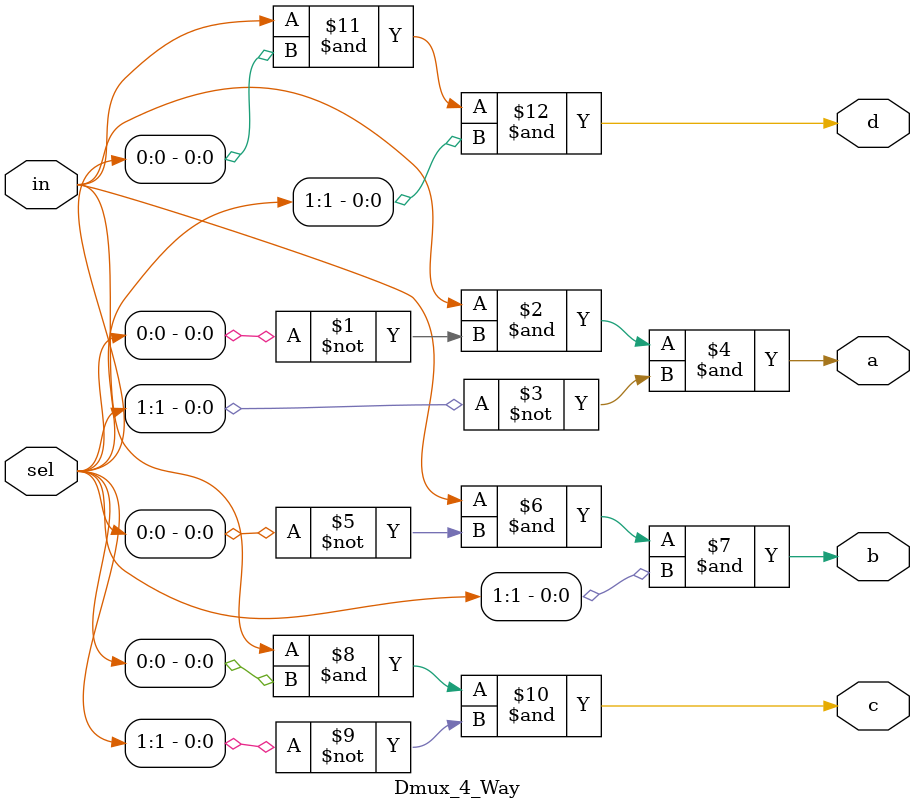
<source format=v>
module Dmux(input in, sel, output a, b);
    assign a = in &  (~sel);
    assign b = in & sel;
endmodule


module Dmux_4_Way(input in, input[1:0] sel, output a, b, c, d);
    assign a = in & (~sel[0]) & (~sel[1]);
    assign b = in & (~sel[0]) & sel[1];
    assign c = in & sel[0] & (~sel[1]);
    assign d = in & sel[0] & sel[1];
endmodule

</source>
